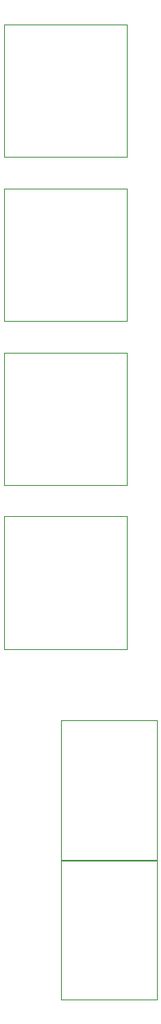
<source format=gbr>
%TF.GenerationSoftware,KiCad,Pcbnew,5.1.9+dfsg1-1~bpo10+1*%
%TF.CreationDate,2022-02-02T01:19:32+08:00*%
%TF.ProjectId,MiniADSR 1.0.1 - Front,4d696e69-4144-4535-9220-312e302e3120,rev?*%
%TF.SameCoordinates,Original*%
%TF.FileFunction,Other,User*%
%FSLAX46Y46*%
G04 Gerber Fmt 4.6, Leading zero omitted, Abs format (unit mm)*
G04 Created by KiCad (PCBNEW 5.1.9+dfsg1-1~bpo10+1) date 2022-02-02 01:19:32*
%MOMM*%
%LPD*%
G01*
G04 APERTURE LIST*
%ADD10C,0.050000*%
G04 APERTURE END LIST*
D10*
%TO.C,REF\u002A\u002A*%
X69500000Y-140480000D02*
X59500000Y-140480000D01*
X69500000Y-126080000D02*
X59500000Y-126080000D01*
X59500000Y-140480000D02*
X59500000Y-126080000D01*
X69500000Y-140480000D02*
X69500000Y-126080000D01*
X53590000Y-118650000D02*
X66410000Y-118650000D01*
X66410000Y-104900000D02*
X53590000Y-104900000D01*
X53590000Y-104900000D02*
X53590000Y-118650000D01*
X66410000Y-118650000D02*
X66410000Y-104900000D01*
X53590000Y-101650000D02*
X66410000Y-101650000D01*
X66410000Y-87900000D02*
X53590000Y-87900000D01*
X53590000Y-87900000D02*
X53590000Y-101650000D01*
X66410000Y-101650000D02*
X66410000Y-87900000D01*
X53590000Y-84650000D02*
X66410000Y-84650000D01*
X66410000Y-70900000D02*
X53590000Y-70900000D01*
X53590000Y-70900000D02*
X53590000Y-84650000D01*
X66410000Y-84650000D02*
X66410000Y-70900000D01*
X53590000Y-67650000D02*
X66410000Y-67650000D01*
X66410000Y-53900000D02*
X53590000Y-53900000D01*
X53590000Y-53900000D02*
X53590000Y-67650000D01*
X66410000Y-67650000D02*
X66410000Y-53900000D01*
X69500000Y-154980000D02*
X59500000Y-154980000D01*
X69500000Y-140580000D02*
X59500000Y-140580000D01*
X59500000Y-154980000D02*
X59500000Y-140580000D01*
X69500000Y-154980000D02*
X69500000Y-140580000D01*
%TD*%
M02*

</source>
